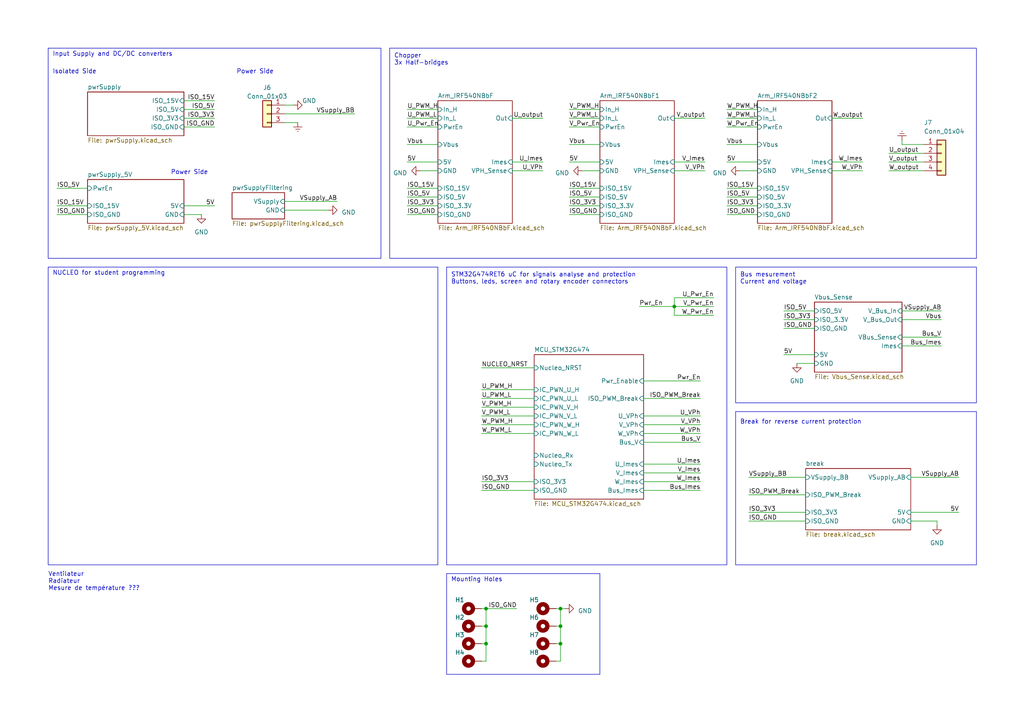
<source format=kicad_sch>
(kicad_sch (version 20230121) (generator eeschema)
  (paper "A4")
  (lib_symbols
    (symbol "Connector_Generic:Conn_01x03" (pin_names (offset 1.016) hide)
      (property "Reference" "J" (at 0 5.08 0))
      (property "Value" "Conn_01x03" (at 0 -5.08 0))
      (symbol "Conn_01x03_1_1"
        (rectangle (start -1.27 -2.413) (end 0 -2.667) (stroke (width 0.1524)))
        (rectangle (start -1.27 0.127) (end 0 -0.127) (stroke (width 0.1524)))
        (rectangle (start -1.27 2.667) (end 0 2.413) (stroke (width 0.1524)))
        (rectangle (start -1.27 3.81) (end 1.27 -3.81) (stroke (width 0.254)) (fill (type background)))
        (pin passive line (at -5.08 2.54 0) (length 3.81) (name "Pin_1") (number "1"))
        (pin passive line (at -5.08 0 0) (length 3.81) (name "Pin_2") (number "2"))
        (pin passive line (at -5.08 -2.54 0) (length 3.81) (name "Pin_3") (number "3"))
      )
    )
    (symbol "Connector_Generic:Conn_01x04" (pin_names (offset 1.016) hide)
      (property "Reference" "J" (at 0 5.08 0))
      (property "Value" "Conn_01x04" (at 0 -7.62 0))
      (symbol "Conn_01x04_1_1"
        (rectangle (start -1.27 -4.953) (end 0 -5.207) (stroke (width 0.1524)))
        (rectangle (start -1.27 -2.413) (end 0 -2.667) (stroke (width 0.1524)))
        (rectangle (start -1.27 0.127) (end 0 -0.127) (stroke (width 0.1524)))
        (rectangle (start -1.27 2.667) (end 0 2.413) (stroke (width 0.1524)))
        (rectangle (start -1.27 3.81) (end 1.27 -6.35) (stroke (width 0.254)) (fill (type background)))
        (pin passive line (at -5.08 2.54 0) (length 3.81) (name "Pin_1") (number "1"))
        (pin passive line (at -5.08 0 0) (length 3.81) (name "Pin_2") (number "2"))
        (pin passive line (at -5.08 -2.54 0) (length 3.81) (name "Pin_3") (number "3"))
        (pin passive line (at -5.08 -5.08 0) (length 3.81) (name "Pin_4") (number "4"))
      )
    )
    (symbol "Mechanical:MountingHole_Pad" (pin_numbers hide) (pin_names (offset 1.016) hide)
      (property "Reference" "H" (at 0 6.35 0))
      (property "Value" "MountingHole_Pad" (at 0 4.445 0))
      (symbol "MountingHole_Pad_0_1"
        (circle (center 0 1.27) (radius 1.27) (stroke (width 1.27)))
      )
      (symbol "MountingHole_Pad_1_1"
        (pin input line (at 0 -2.54 90) (length 2.54) (name "1") (number "1"))
      )
    )
    (symbol "power:Earth" (power) (pin_names (offset 0))
      (symbol "Earth_0_1"
        (polyline (pts (xy -0.635 -1.905) (xy 0.635 -1.905)))
        (polyline (pts (xy -0.127 -2.54) (xy 0.127 -2.54)))
        (polyline (pts (xy 0 -1.27) (xy 0 0)))
        (polyline (pts (xy 1.27 -1.27) (xy -1.27 -1.27)))
      )
      (symbol "Earth_1_1"
        (pin power_in line (at 0 0 270) (length 0) hide (name "Earth") (number "1"))
      )
    )
    (symbol "power:GND" (power) (pin_names (offset 0))
      (property "Value" "GND" (at 0 -3.81 0))
      (symbol "GND_0_1"
        (polyline (pts (xy 0 0) (xy 0 -1.27) (xy 1.27 -1.27) (xy 0 -2.54) (xy -1.27 -1.27) (xy 0 -1.27)))
      )
      (symbol "GND_1_1"
        (pin power_in line (at 0 0 270) (length 0) hide (name "GND") (number "1"))
      )
    )
  )
  (junction (at 140.97 176.53))
  (junction (at 162.56 181.61))
  (junction (at 140.97 186.69))
  (junction (at 140.97 181.61))
  (junction (at 195.58 88.9))
  (junction (at 162.56 176.53))
  (junction (at 162.56 186.69))
  (wire (pts (xy 261.62 41.91) (xy 261.62 40.64)))
  (wire (pts (xy 207.01 86.36) (xy 195.58 86.36)))
  (wire (pts (xy 165.1 62.23) (xy 173.99 62.23)))
  (wire (pts (xy 82.55 35.56) (xy 86.36 35.56)))
  (wire (pts (xy 185.42 88.9) (xy 195.58 88.9)))
  (wire (pts (xy 82.55 33.02) (xy 102.87 33.02)))
  (wire (pts (xy 186.69 115.57) (xy 203.2 115.57)))
  (wire (pts (xy 165.1 57.15) (xy 173.99 57.15)))
  (wire (pts (xy 118.11 62.23) (xy 127 62.23)))
  (wire (pts (xy 165.1 31.75) (xy 173.99 31.75)))
  (wire (pts (xy 139.7 186.69) (xy 140.97 186.69)))
  (wire (pts (xy 210.82 59.69) (xy 219.71 59.69)))
  (wire (pts (xy 139.7 181.61) (xy 140.97 181.61)))
  (wire (pts (xy 236.22 95.25) (xy 227.33 95.25)))
  (wire (pts (xy 162.56 176.53) (xy 162.56 181.61)))
  (wire (pts (xy 118.11 57.15) (xy 127 57.15)))
  (wire (pts (xy 236.22 90.17) (xy 227.33 90.17)))
  (wire (pts (xy 82.55 58.42) (xy 97.79 58.42)))
  (wire (pts (xy 236.22 105.41) (xy 231.14 105.41)))
  (wire (pts (xy 53.34 36.83) (xy 62.23 36.83)))
  (wire (pts (xy 162.56 176.53) (xy 163.83 176.53)))
  (wire (pts (xy 165.1 46.99) (xy 173.99 46.99)))
  (wire (pts (xy 257.81 46.99) (xy 267.97 46.99)))
  (wire (pts (xy 278.13 138.43) (xy 264.16 138.43)))
  (wire (pts (xy 227.33 92.71) (xy 236.22 92.71)))
  (wire (pts (xy 118.11 41.91) (xy 127 41.91)))
  (wire (pts (xy 139.7 113.03) (xy 154.94 113.03)))
  (wire (pts (xy 195.58 34.29) (xy 204.47 34.29)))
  (wire (pts (xy 165.1 59.69) (xy 173.99 59.69)))
  (wire (pts (xy 195.58 86.36) (xy 195.58 88.9)))
  (wire (pts (xy 210.82 57.15) (xy 219.71 57.15)))
  (wire (pts (xy 236.22 102.87) (xy 227.33 102.87)))
  (wire (pts (xy 186.69 128.27) (xy 203.2 128.27)))
  (wire (pts (xy 148.59 34.29) (xy 157.48 34.29)))
  (wire (pts (xy 161.29 176.53) (xy 162.56 176.53)))
  (wire (pts (xy 217.17 148.59) (xy 233.68 148.59)))
  (wire (pts (xy 261.62 92.71) (xy 273.05 92.71)))
  (wire (pts (xy 195.58 46.99) (xy 204.47 46.99)))
  (wire (pts (xy 210.82 41.91) (xy 219.71 41.91)))
  (wire (pts (xy 139.7 125.73) (xy 154.94 125.73)))
  (wire (pts (xy 16.51 62.23) (xy 25.4 62.23)))
  (wire (pts (xy 210.82 31.75) (xy 219.71 31.75)))
  (wire (pts (xy 210.82 34.29) (xy 219.71 34.29)))
  (wire (pts (xy 261.62 100.33) (xy 273.05 100.33)))
  (wire (pts (xy 139.7 123.19) (xy 154.94 123.19)))
  (wire (pts (xy 261.62 90.17) (xy 273.05 90.17)))
  (wire (pts (xy 210.82 36.83) (xy 219.71 36.83)))
  (wire (pts (xy 118.11 31.75) (xy 127 31.75)))
  (wire (pts (xy 241.3 34.29) (xy 250.19 34.29)))
  (wire (pts (xy 186.69 137.16) (xy 203.2 137.16)))
  (wire (pts (xy 118.11 46.99) (xy 127 46.99)))
  (wire (pts (xy 161.29 181.61) (xy 162.56 181.61)))
  (wire (pts (xy 121.92 49.53) (xy 127 49.53)))
  (wire (pts (xy 140.97 176.53) (xy 149.86 176.53)))
  (wire (pts (xy 210.82 54.61) (xy 219.71 54.61)))
  (wire (pts (xy 118.11 34.29) (xy 127 34.29)))
  (wire (pts (xy 271.78 151.13) (xy 271.78 152.4)))
  (wire (pts (xy 257.81 49.53) (xy 267.97 49.53)))
  (wire (pts (xy 148.59 46.99) (xy 157.48 46.99)))
  (wire (pts (xy 195.58 49.53) (xy 204.47 49.53)))
  (wire (pts (xy 165.1 41.91) (xy 173.99 41.91)))
  (wire (pts (xy 264.16 151.13) (xy 271.78 151.13)))
  (wire (pts (xy 210.82 62.23) (xy 219.71 62.23)))
  (wire (pts (xy 165.1 36.83) (xy 173.99 36.83)))
  (wire (pts (xy 210.82 46.99) (xy 219.71 46.99)))
  (wire (pts (xy 186.69 134.62) (xy 203.2 134.62)))
  (wire (pts (xy 264.16 148.59) (xy 278.13 148.59)))
  (wire (pts (xy 148.59 49.53) (xy 157.48 49.53)))
  (wire (pts (xy 186.69 120.65) (xy 203.2 120.65)))
  (wire (pts (xy 186.69 123.19) (xy 203.2 123.19)))
  (wire (pts (xy 161.29 191.77) (xy 162.56 191.77)))
  (wire (pts (xy 139.7 176.53) (xy 140.97 176.53)))
  (wire (pts (xy 140.97 176.53) (xy 140.97 181.61)))
  (wire (pts (xy 53.34 62.23) (xy 58.42 62.23)))
  (wire (pts (xy 186.69 110.49) (xy 203.2 110.49)))
  (wire (pts (xy 162.56 186.69) (xy 162.56 191.77)))
  (wire (pts (xy 186.69 142.24) (xy 203.2 142.24)))
  (wire (pts (xy 165.1 34.29) (xy 173.99 34.29)))
  (wire (pts (xy 241.3 46.99) (xy 250.19 46.99)))
  (wire (pts (xy 139.7 106.68) (xy 154.94 106.68)))
  (wire (pts (xy 186.69 125.73) (xy 203.2 125.73)))
  (wire (pts (xy 195.58 91.44) (xy 195.58 88.9)))
  (wire (pts (xy 168.91 49.53) (xy 173.99 49.53)))
  (wire (pts (xy 16.51 59.69) (xy 25.4 59.69)))
  (wire (pts (xy 161.29 186.69) (xy 162.56 186.69)))
  (wire (pts (xy 261.62 97.79) (xy 273.05 97.79)))
  (wire (pts (xy 217.17 143.51) (xy 233.68 143.51)))
  (wire (pts (xy 118.11 36.83) (xy 127 36.83)))
  (wire (pts (xy 139.7 115.57) (xy 154.94 115.57)))
  (wire (pts (xy 195.58 88.9) (xy 207.01 88.9)))
  (wire (pts (xy 217.17 138.43) (xy 233.68 138.43)))
  (wire (pts (xy 118.11 59.69) (xy 127 59.69)))
  (wire (pts (xy 139.7 139.7) (xy 154.94 139.7)))
  (wire (pts (xy 53.34 34.29) (xy 62.23 34.29)))
  (wire (pts (xy 207.01 91.44) (xy 195.58 91.44)))
  (wire (pts (xy 16.51 54.61) (xy 25.4 54.61)))
  (wire (pts (xy 257.81 44.45) (xy 267.97 44.45)))
  (wire (pts (xy 139.7 142.24) (xy 154.94 142.24)))
  (wire (pts (xy 118.11 54.61) (xy 127 54.61)))
  (wire (pts (xy 53.34 59.69) (xy 62.23 59.69)))
  (wire (pts (xy 139.7 118.11) (xy 154.94 118.11)))
  (wire (pts (xy 217.17 151.13) (xy 233.68 151.13)))
  (wire (pts (xy 165.1 54.61) (xy 173.99 54.61)))
  (wire (pts (xy 140.97 186.69) (xy 140.97 191.77)))
  (wire (pts (xy 162.56 181.61) (xy 162.56 186.69)))
  (wire (pts (xy 53.34 29.21) (xy 62.23 29.21)))
  (wire (pts (xy 139.7 191.77) (xy 140.97 191.77)))
  (wire (pts (xy 140.97 181.61) (xy 140.97 186.69)))
  (wire (pts (xy 261.62 41.91) (xy 267.97 41.91)))
  (wire (pts (xy 186.69 139.7) (xy 203.2 139.7)))
  (wire (pts (xy 214.63 49.53) (xy 219.71 49.53)))
  (wire (pts (xy 53.34 31.75) (xy 62.23 31.75)))
  (wire (pts (xy 241.3 49.53) (xy 250.19 49.53)))
  (wire (pts (xy 139.7 120.65) (xy 154.94 120.65)))
  (wire (pts (xy 82.55 30.48) (xy 85.09 30.48)))
  (wire (pts (xy 82.55 60.96) (xy 95.25 60.96)))
  (rectangle (start 113.03 13.97) (end 283.21 74.93))
  (rectangle (start 13.97 13.97) (end 110.49 74.93))
  (rectangle (start 213.36 77.47) (end 283.21 116.84))
  (rectangle (start 129.54 77.47) (end 210.82 163.83))
  (rectangle (start 129.54 166.37) (end 173.99 195.58))
  (rectangle (start 13.97 77.47) (end 127 163.83))
  (rectangle (start 213.36 119.38) (end 283.21 163.83))
  (text "Input Supply and DC/DC converters" (at 15.24 16.51 0) (effects (font (size 1.27 1.27)) (justify left bottom)))
  (text "Mounting Holes" (at 130.81 168.91 0) (effects (font (size 1.27 1.27)) (justify left bottom)))
  (text "NUCLEO for student programming" (at 15.24 80.01 0) (effects (font (size 1.27 1.27)) (justify left bottom)))
  (text "STM32G474RET6 uC for signals analyse and protection\nButtons, leds, screen and rotary encoder connectors" (at 130.81 82.55 0) (effects (font (size 1.27 1.27)) (justify left bottom)))
  (text "Break for reverse current protection" (at 214.63 123.19 0) (effects (font (size 1.27 1.27)) (justify left bottom)))
  (text "Chopper \n3x Half-bridges" (at 114.3 19.05 0) (effects (font (size 1.27 1.27)) (justify left bottom)))
  (text "Power Side\n" (at 49.53 50.8 0) (effects (font (size 1.27 1.27)) (justify left bottom)))
  (text "Isolated Side\n" (at 15.24 21.59 0) (effects (font (size 1.27 1.27)) (justify left bottom)))
  (text "Power Side\n" (at 68.58 21.59 0) (effects (font (size 1.27 1.27)) (justify left bottom)))
  (text "Ventilateur\nRadiateur\nMesure de température ???" (at 13.97 171.45 0) (effects (font (size 1.27 1.27)) (justify left bottom)))
  (text "Bus mesurement\nCurrent and voltage" (at 214.63 82.55 0) (effects (font (size 1.27 1.27)) (justify left bottom)))
  (label "U_PWM_H" (at 118.11 31.75 0))
  (label "V_PWM_L" (at 165.1 34.29 0))
  (label "V_PWM_L" (at 139.7 120.65 0))
  (label "Vbus" (at 118.11 41.91 0))
  (label "W_PWM_H" (at 210.82 31.75 0))
  (label "ISO_3V3" (at 139.7 139.7 0))
  (label "V_Pwr_En" (at 165.1 36.83 0))
  (label "VSupply_AB" (at 273.05 90.17 180))
  (label "Pwr_En" (at 185.42 88.9 0))
  (label "ISO_5V" (at 227.33 90.17 0))
  (label "Bus_V" (at 273.05 97.79 180))
  (label "ISO_3V3" (at 165.1 59.69 0))
  (label "W_VPh" (at 250.19 49.53 180))
  (label "Bus_V" (at 203.2 128.27 180))
  (label "W_PWM_H" (at 139.7 123.19 0))
  (label "W_Imes" (at 203.2 139.7 180))
  (label "ISO_15V" (at 62.23 29.21 180))
  (label "W_Imes" (at 250.19 46.99 180))
  (label "U_VPh" (at 203.2 120.65 180))
  (label "Vbus" (at 210.82 41.91 0))
  (label "U_Pwr_En" (at 207.01 86.36 180))
  (label "VSupply_AB" (at 97.79 58.42 180))
  (label "ISO_5V" (at 62.23 31.75 180))
  (label "U_output" (at 157.48 34.29 180))
  (label "NUCLEO_NRST" (at 139.7 106.68 0))
  (label "ISO_3V3" (at 227.33 92.71 0))
  (label "W_Pwr_En" (at 210.82 36.83 0))
  (label "ISO_GND" (at 227.33 95.25 0))
  (label "ISO_3V3" (at 118.11 59.69 0))
  (label "ISO_5V" (at 16.51 54.61 0))
  (label "U_output" (at 257.81 44.45 0))
  (label "U_Imes" (at 203.2 134.62 180))
  (label "ISO_PWM_Break" (at 203.2 115.57 180))
  (label "W_output" (at 250.19 34.29 180))
  (label "5V" (at 210.82 46.99 0))
  (label "V_Imes" (at 203.2 137.16 180))
  (label "VSupply_BB" (at 102.87 33.02 180))
  (label "ISO_5V" (at 210.82 57.15 0))
  (label "ISO_15V" (at 210.82 54.61 0))
  (label "U_Imes" (at 157.48 46.99 180))
  (label "W_output" (at 257.81 49.53 0))
  (label "ISO_15V" (at 118.11 54.61 0))
  (label "ISO_GND" (at 118.11 62.23 0))
  (label "5V" (at 118.11 46.99 0))
  (label "V_Imes" (at 204.47 46.99 180))
  (label "U_VPh" (at 157.48 49.53 180))
  (label "ISO_5V" (at 165.1 57.15 0))
  (label "ISO_GND" (at 139.7 142.24 0))
  (label "ISO_GND" (at 62.23 36.83 180))
  (label "V_PWM_H" (at 139.7 118.11 0))
  (label "U_Pwr_En" (at 118.11 36.83 0))
  (label "Pwr_En" (at 203.2 110.49 180))
  (label "ISO_PWM_Break" (at 217.17 143.51 0))
  (label "ISO_3V3" (at 217.17 148.59 0))
  (label "Vbus" (at 273.05 92.71 180))
  (label "ISO_GND" (at 217.17 151.13 0))
  (label "ISO_GND" (at 16.51 62.23 0))
  (label "W_VPh" (at 203.2 125.73 180))
  (label "5V" (at 62.23 59.69 180))
  (label "U_PWM_L" (at 118.11 34.29 0))
  (label "W_PWM_L" (at 139.7 125.73 0))
  (label "VSupply_BB" (at 217.17 138.43 0))
  (label "Bus_Imes" (at 273.05 100.33 180))
  (label "ISO_5V" (at 118.11 57.15 0))
  (label "ISO_GND" (at 210.82 62.23 0))
  (label "5V" (at 165.1 46.99 0))
  (label "W_PWM_L" (at 210.82 34.29 0))
  (label "5V" (at 227.33 102.87 0))
  (label "ISO_3V3" (at 210.82 59.69 0))
  (label "V_output" (at 257.81 46.99 0))
  (label "Bus_Imes" (at 203.2 142.24 180))
  (label "5V" (at 278.13 148.59 180))
  (label "U_PWM_H" (at 139.7 113.03 0))
  (label "ISO_GND" (at 165.1 62.23 0))
  (label "Vbus" (at 165.1 41.91 0))
  (label "W_Pwr_En" (at 207.01 91.44 180))
  (label "V_Pwr_En" (at 207.01 88.9 180))
  (label "V_output" (at 204.47 34.29 180))
  (label "V_VPh" (at 204.47 49.53 180))
  (label "V_VPh" (at 203.2 123.19 180))
  (label "U_PWM_L" (at 139.7 115.57 0))
  (label "ISO_15V" (at 165.1 54.61 0))
  (label "V_PWM_H" (at 165.1 31.75 0))
  (label "VSupply_AB" (at 278.13 138.43 180))
  (label "ISO_15V" (at 16.51 59.69 0))
  (label "ISO_3V3" (at 62.23 34.29 180))
  (label "ISO_GND" (at 149.86 176.53 180))
  (symbol (lib_id "power:GND") (at 121.92 49.53 270) (unit 1)
    (property "Reference" "#PWR02" (effects hide))
    (property "Value" "GND" (at 118.11 50.165 90) (effects (justify right)))
  )
  (symbol (lib_id "power:GND") (at 271.78 152.4 0) (unit 1)
    (property "Reference" "#PWR010" (effects hide))
    (property "Value" "GND" (at 271.78 157.48 0))
  )
  (symbol (lib_id "Mechanical:MountingHole_Pad") (at 158.75 181.61 90) (unit 1)
    (property "Reference" "H6" (at 154.94 179.07 90))
    (property "Value" "MountingHole_Pad" (effects hide))
  )
  (symbol (lib_id "Mechanical:MountingHole_Pad") (at 158.75 191.77 90) (unit 1)
    (property "Reference" "H8" (at 154.94 189.23 90))
    (property "Value" "MountingHole_Pad" (effects hide))
  )
  (symbol (lib_id "power:GND") (at 231.14 105.41 0) (unit 1)
    (property "Reference" "#PWR05" (effects hide))
    (property "Value" "GND" (at 231.14 110.49 0))
  )
  (symbol (lib_id "power:GND") (at 214.63 49.53 270) (unit 1)
    (property "Reference" "#PWR04" (effects hide))
    (property "Value" "GND" (at 210.82 50.165 90) (effects (justify right)))
  )
  (symbol (lib_id "power:GND") (at 58.42 62.23 0) (unit 1)
    (property "Reference" "#PWR01" (effects hide))
    (property "Value" "GND" (at 58.42 67.31 0))
  )
  (symbol (lib_id "Connector_Generic:Conn_01x03") (at 77.47 33.02 0) (mirror y) (unit 1)
    (property "Reference" "J6" (at 77.47 25.4 0))
    (property "Value" "Conn_01x03" (at 77.47 27.94 0))
  )
  (symbol (lib_id "Mechanical:MountingHole_Pad") (at 137.16 191.77 90) (unit 1)
    (property "Reference" "H4" (at 133.35 189.23 90))
    (property "Value" "MountingHole_Pad" (effects hide))
  )
  (symbol (lib_id "power:GND") (at 95.25 60.96 90) (unit 1)
    (property "Reference" "#PWR011" (effects hide))
    (property "Value" "GND" (at 99.06 61.595 90) (effects (justify right)))
  )
  (symbol (lib_id "power:Earth") (at 86.36 35.56 0) (unit 1)
    (property "Reference" "#PWR08" (effects hide))
    (property "Value" "Earth" (effects hide))
  )
  (symbol (lib_id "power:Earth") (at 261.62 40.64 180) (unit 1)
    (property "Reference" "#PWR09" (effects hide))
    (property "Value" "Earth" (effects hide))
  )
  (symbol (lib_id "Mechanical:MountingHole_Pad") (at 137.16 176.53 90) (unit 1)
    (property "Reference" "H1" (at 133.35 173.99 90))
    (property "Value" "MountingHole_Pad" (effects hide))
  )
  (symbol (lib_id "power:GND") (at 85.09 30.48 90) (unit 1)
    (property "Reference" "#PWR07" (effects hide))
    (property "Value" "GND" (at 87.63 29.21 90) (effects (justify right)))
  )
  (symbol (lib_id "Mechanical:MountingHole_Pad") (at 137.16 181.61 90) (unit 1)
    (property "Reference" "H2" (at 133.35 179.07 90))
    (property "Value" "MountingHole_Pad" (effects hide))
  )
  (symbol (lib_id "Connector_Generic:Conn_01x04") (at 273.05 44.45 0) (unit 1)
    (property "Reference" "J7" (at 267.97 35.56 0) (effects (justify left)))
    (property "Value" "Conn_01x04" (at 267.97 38.1 0) (effects (justify left)))
  )
  (symbol (lib_id "power:GND") (at 163.83 176.53 90) (unit 1)
    (property "Reference" "#PWR06" (effects hide))
    (property "Value" "GND" (at 167.64 177.165 90) (effects (justify right)))
  )
  (symbol (lib_id "power:GND") (at 168.91 49.53 270) (unit 1)
    (property "Reference" "#PWR03" (effects hide))
    (property "Value" "GND" (at 165.1 50.165 90) (effects (justify right)))
  )
  (symbol (lib_id "Mechanical:MountingHole_Pad") (at 158.75 176.53 90) (unit 1)
    (property "Reference" "H5" (at 154.94 173.99 90))
    (property "Value" "MountingHole_Pad" (effects hide))
  )
  (symbol (lib_id "Mechanical:MountingHole_Pad") (at 158.75 186.69 90) (unit 1)
    (property "Reference" "H7" (at 154.94 184.15 90))
    (property "Value" "MountingHole_Pad" (effects hide))
  )
  (symbol (lib_id "Mechanical:MountingHole_Pad") (at 137.16 186.69 90) (unit 1)
    (property "Reference" "H3" (at 133.35 184.15 90))
    (property "Value" "MountingHole_Pad" (effects hide))
  )
  (sheet (at 25.4 26.67) (size 27.94 12.7) (stroke (width 0.1524))
    (property "Sheetname" "pwrSupply" (at 25.4 25.9584 0) (effects (justify left bottom)))
    (property "Sheetfile" "pwrSupply.kicad_sch" (at 25.4 39.9546 0) (effects (justify left top)))
    (pin "ISO_5V" input (at 53.34 31.75 0))
    (pin "ISO_GND" input (at 53.34 36.83 0))
    (pin "ISO_15V" input (at 53.34 29.21 0))
    (pin "ISO_3V3" input (at 53.34 34.29 0))
  )
  (sheet (at 67.31 55.88) (size 15.24 7.62) (stroke (width 0.1524))
    (property "Sheetname" "pwrSupplyFiltering" (at 67.31 55.1684 0) (effects (justify left bottom)))
    (property "Sheetfile" "pwrSupplyFiltering.kicad_sch" (at 67.31 64.0846 0) (effects (justify left top)))
    (pin "GND" input (at 82.55 60.96 0))
    (pin "VSupply" input (at 82.55 58.42 0))
  )
  (sheet (at 25.4 52.07) (size 27.94 12.7) (stroke (width 0.1524))
    (property "Sheetname" "pwrSupply_5V" (at 25.4 51.3584 0) (effects (justify left bottom)))
    (property "Sheetfile" "pwrSupply_5V.kicad_sch" (at 25.4 65.3546 0) (effects (justify left top)))
    (pin "ISO_15V" input (at 25.4 59.69 180))
    (pin "PwrEn" input (at 25.4 54.61 180))
    (pin "ISO_GND" input (at 25.4 62.23 180))
    (pin "5V" input (at 53.34 59.69 0))
    (pin "GND" input (at 53.34 62.23 0))
  )
  (sheet (at 233.68 135.89) (size 30.48 17.78) (stroke (width 0.1524))
    (property "Sheetname" "break" (at 233.68 135.1784 0) (effects (justify left bottom)))
    (property "Sheetfile" "break.kicad_sch" (at 233.68 154.2546 0) (effects (justify left top)))
    (pin "VSupply_AB" input (at 264.16 138.43 0))
    (pin "GND" input (at 264.16 151.13 0))
    (pin "5V" input (at 264.16 148.59 0))
    (pin "VSupply_BB" input (at 233.68 138.43 180))
    (pin "ISO_3V3" input (at 233.68 148.59 180))
    (pin "ISO_GND" input (at 233.68 151.13 180))
    (pin "ISO_PWM_Break" input (at 233.68 143.51 180))
  )
  (sheet (at 236.22 87.63) (size 25.4 20.32) (stroke (width 0.1524))
    (property "Sheetname" "Vbus_Sense" (at 236.22 86.9184 0) (effects (justify left bottom)))
    (property "Sheetfile" "Vbus_Sense.kicad_sch" (at 236.22 108.5346 0) (effects (justify left top)))
    (pin "VBus_Sense" input (at 261.62 97.79 0))
    (pin "GND" input (at 236.22 105.41 180))
    (pin "5V" input (at 236.22 102.87 180))
    (pin "ISO_5V" input (at 236.22 90.17 180))
    (pin "ISO_GND" input (at 236.22 95.25 180))
    (pin "V_Bus_Out" input (at 261.62 92.71 0))
    (pin "ISO_3.3V" input (at 236.22 92.71 180))
    (pin "Imes" input (at 261.62 100.33 0))
    (pin "V_Bus_In" input (at 261.62 90.17 0))
  )
  (sheet (at 173.99 29.21) (size 21.59 35.56) (stroke (width 0.1524))
    (property "Sheetname" "Arm_IRF540NBbF1" (at 173.99 28.4984 0) (effects (justify left bottom)))
    (property "Sheetfile" "Arm_IRF540NBbF.kicad_sch" (at 173.99 65.3546 0) (effects (justify left top)))
    (pin "Out" input (at 195.58 34.29 0))
    (pin "Imes" input (at 195.58 46.99 0))
    (pin "ISO_GND" input (at 173.99 62.23 180))
    (pin "ISO_3.3V" input (at 173.99 59.69 180))
    (pin "GND" input (at 173.99 49.53 180))
    (pin "PwrEn" input (at 173.99 36.83 180))
    (pin "ISO_15V" input (at 173.99 54.61 180))
    (pin "In_L" input (at 173.99 34.29 180))
    (pin "In_H" input (at 173.99 31.75 180))
    (pin "5V" input (at 173.99 46.99 180))
    (pin "ISO_5V" input (at 173.99 57.15 180))
    (pin "VPH_Sense" input (at 195.58 49.53 0))
    (pin "Vbus" input (at 173.99 41.91 180))
  )
  (sheet (at 154.94 102.87) (size 31.75 41.91) (stroke (width 0.1524))
    (property "Sheetname" "MCU_STM32G474" (at 154.94 102.1584 0) (effects (justify left bottom)))
    (property "Sheetfile" "MCU_STM32G474.kicad_sch" (at 154.94 145.3646 0) (effects (justify left top)))
    (pin "ISO_3V3" input (at 154.94 139.7 180))
    (pin "ISO_GND" input (at 154.94 142.24 180))
    (pin "Nucleo_NRST" input (at 154.94 106.68 180))
    (pin "IC_PWN_V_H" input (at 154.94 118.11 180))
    (pin "IC_PWN_W_H" input (at 154.94 123.19 180))
    (pin "IC_PWN_V_L" input (at 154.94 120.65 180))
    (pin "Nucleo_Rx" input (at 154.94 132.08 180))
    (pin "IC_PWN_W_L" input (at 154.94 125.73 180))
    (pin "Nucleo_Tx" input (at 154.94 134.62 180))
    (pin "IC_PWN_U_L" input (at 154.94 115.57 180))
    (pin "IC_PWN_U_H" input (at 154.94 113.03 180))
    (pin "U_VPh" input (at 186.69 120.65 0))
    (pin "U_Imes" input (at 186.69 134.62 0))
    (pin "W_VPh" input (at 186.69 125.73 0))
    (pin "V_VPh" input (at 186.69 123.19 0))
    (pin "V_Imes" input (at 186.69 137.16 0))
    (pin "W_Imes" input (at 186.69 139.7 0))
    (pin "Bus_V" input (at 186.69 128.27 0))
    (pin "Bus_Imes" input (at 186.69 142.24 0))
    (pin "Pwr_Enable" input (at 186.69 110.49 0))
    (pin "ISO_PWM_Break" input (at 186.69 115.57 0))
  )
  (sheet (at 127 29.21) (size 21.59 35.56) (stroke (width 0.1524))
    (property "Sheetname" "Arm_IRF540NBbF" (at 127 28.4984 0) (effects (justify left bottom)))
    (property "Sheetfile" "Arm_IRF540NBbF.kicad_sch" (at 127 65.3546 0) (effects (justify left top)))
    (pin "Out" input (at 148.59 34.29 0))
    (pin "Imes" input (at 148.59 46.99 0))
    (pin "ISO_GND" input (at 127 62.23 180))
    (pin "ISO_3.3V" input (at 127 59.69 180))
    (pin "GND" input (at 127 49.53 180))
    (pin "PwrEn" input (at 127 36.83 180))
    (pin "ISO_15V" input (at 127 54.61 180))
    (pin "In_L" input (at 127 34.29 180))
    (pin "In_H" input (at 127 31.75 180))
    (pin "5V" input (at 127 46.99 180))
    (pin "ISO_5V" input (at 127 57.15 180))
    (pin "VPH_Sense" input (at 148.59 49.53 0))
    (pin "Vbus" input (at 127 41.91 180))
  )
  (sheet (at 219.71 29.21) (size 21.59 35.56) (stroke (width 0.1524))
    (property "Sheetname" "Arm_IRF540NBbF2" (at 219.71 28.4984 0) (effects (justify left bottom)))
    (property "Sheetfile" "Arm_IRF540NBbF.kicad_sch" (at 219.71 65.3546 0) (effects (justify left top)))
    (pin "Out" input (at 241.3 34.29 0))
    (pin "Imes" input (at 241.3 46.99 0))
    (pin "ISO_GND" input (at 219.71 62.23 180))
    (pin "ISO_3.3V" input (at 219.71 59.69 180))
    (pin "GND" input (at 219.71 49.53 180))
    (pin "PwrEn" input (at 219.71 36.83 180))
    (pin "ISO_15V" input (at 219.71 54.61 180))
    (pin "In_L" input (at 219.71 34.29 180))
    (pin "In_H" input (at 219.71 31.75 180))
    (pin "5V" input (at 219.71 46.99 180))
    (pin "ISO_5V" input (at 219.71 57.15 180))
    (pin "VPH_Sense" input (at 241.3 49.53 0))
    (pin "Vbus" input (at 219.71 41.91 180))
  )
)
</source>
